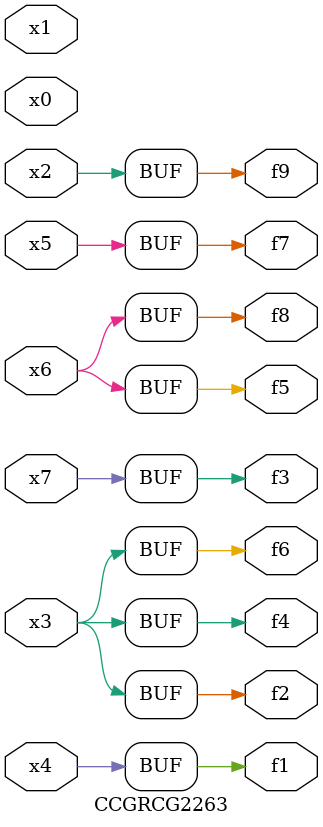
<source format=v>
module CCGRCG2263(
	input x0, x1, x2, x3, x4, x5, x6, x7,
	output f1, f2, f3, f4, f5, f6, f7, f8, f9
);
	assign f1 = x4;
	assign f2 = x3;
	assign f3 = x7;
	assign f4 = x3;
	assign f5 = x6;
	assign f6 = x3;
	assign f7 = x5;
	assign f8 = x6;
	assign f9 = x2;
endmodule

</source>
